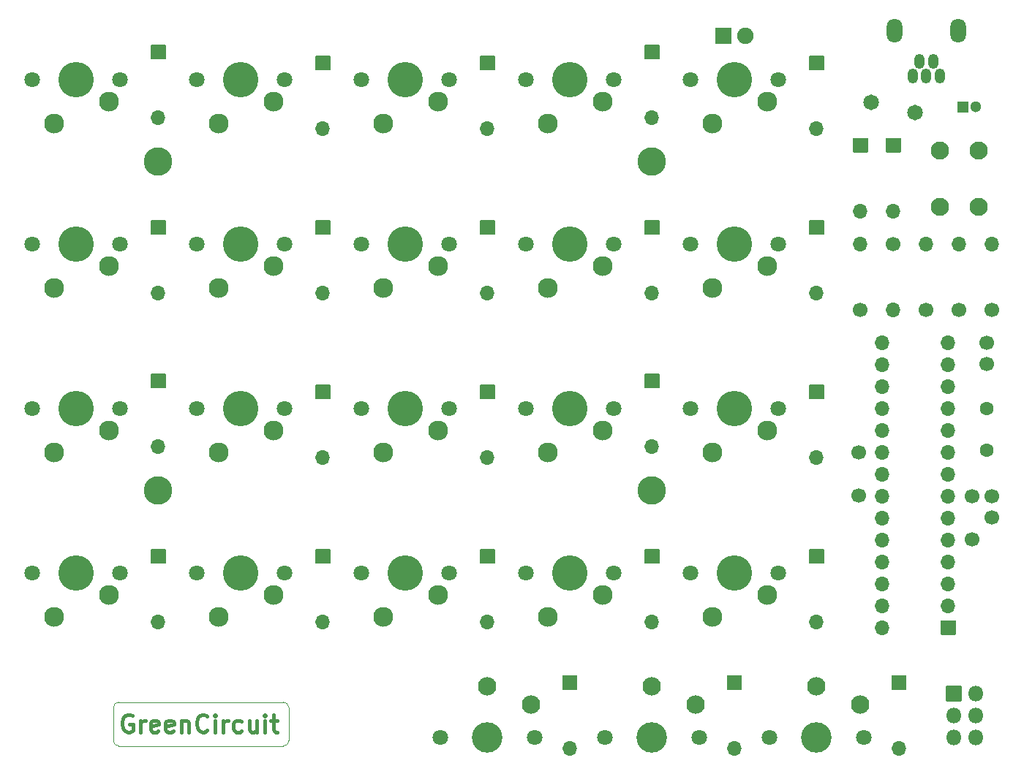
<source format=gbr>
%TF.GenerationSoftware,KiCad,Pcbnew,(5.1.7-0-10_14)*%
%TF.CreationDate,2020-11-02T16:42:48+08:00*%
%TF.ProjectId,GreenCircuit,47726565-6e43-4697-9263-7569742e6b69,v0.6*%
%TF.SameCoordinates,Original*%
%TF.FileFunction,Soldermask,Top*%
%TF.FilePolarity,Negative*%
%FSLAX46Y46*%
G04 Gerber Fmt 4.6, Leading zero omitted, Abs format (unit mm)*
G04 Created by KiCad (PCBNEW (5.1.7-0-10_14)) date 2020-11-02 16:42:48*
%MOMM*%
%LPD*%
G01*
G04 APERTURE LIST*
%ADD10C,0.381000*%
%ADD11C,0.120000*%
%ADD12O,1.700000X1.700000*%
%ADD13C,1.800000*%
%ADD14C,4.100000*%
%ADD15C,2.300000*%
%ADD16C,1.900000*%
%ADD17C,3.300000*%
%ADD18C,1.700000*%
%ADD19C,2.100000*%
%ADD20O,1.800000X1.800000*%
%ADD21O,1.800000X2.800000*%
%ADD22O,1.200000X1.750000*%
%ADD23C,3.529000*%
%ADD24C,2.132000*%
%ADD25C,1.801800*%
%ADD26C,1.810000*%
%ADD27C,1.600000*%
%ADD28C,1.300000*%
G04 APERTURE END LIST*
D10*
X91783047Y-140160000D02*
X91589523Y-140063238D01*
X91299238Y-140063238D01*
X91008952Y-140160000D01*
X90815428Y-140353523D01*
X90718666Y-140547047D01*
X90621904Y-140934095D01*
X90621904Y-141224380D01*
X90718666Y-141611428D01*
X90815428Y-141804952D01*
X91008952Y-141998476D01*
X91299238Y-142095238D01*
X91492761Y-142095238D01*
X91783047Y-141998476D01*
X91879809Y-141901714D01*
X91879809Y-141224380D01*
X91492761Y-141224380D01*
X92750666Y-142095238D02*
X92750666Y-140740571D01*
X92750666Y-141127619D02*
X92847428Y-140934095D01*
X92944190Y-140837333D01*
X93137714Y-140740571D01*
X93331238Y-140740571D01*
X94782666Y-141998476D02*
X94589142Y-142095238D01*
X94202095Y-142095238D01*
X94008571Y-141998476D01*
X93911809Y-141804952D01*
X93911809Y-141030857D01*
X94008571Y-140837333D01*
X94202095Y-140740571D01*
X94589142Y-140740571D01*
X94782666Y-140837333D01*
X94879428Y-141030857D01*
X94879428Y-141224380D01*
X93911809Y-141417904D01*
X96524380Y-141998476D02*
X96330857Y-142095238D01*
X95943809Y-142095238D01*
X95750285Y-141998476D01*
X95653523Y-141804952D01*
X95653523Y-141030857D01*
X95750285Y-140837333D01*
X95943809Y-140740571D01*
X96330857Y-140740571D01*
X96524380Y-140837333D01*
X96621142Y-141030857D01*
X96621142Y-141224380D01*
X95653523Y-141417904D01*
X97492000Y-140740571D02*
X97492000Y-142095238D01*
X97492000Y-140934095D02*
X97588761Y-140837333D01*
X97782285Y-140740571D01*
X98072571Y-140740571D01*
X98266095Y-140837333D01*
X98362857Y-141030857D01*
X98362857Y-142095238D01*
X100491619Y-141901714D02*
X100394857Y-141998476D01*
X100104571Y-142095238D01*
X99911047Y-142095238D01*
X99620761Y-141998476D01*
X99427238Y-141804952D01*
X99330476Y-141611428D01*
X99233714Y-141224380D01*
X99233714Y-140934095D01*
X99330476Y-140547047D01*
X99427238Y-140353523D01*
X99620761Y-140160000D01*
X99911047Y-140063238D01*
X100104571Y-140063238D01*
X100394857Y-140160000D01*
X100491619Y-140256761D01*
X101362476Y-142095238D02*
X101362476Y-140740571D01*
X101362476Y-140063238D02*
X101265714Y-140160000D01*
X101362476Y-140256761D01*
X101459238Y-140160000D01*
X101362476Y-140063238D01*
X101362476Y-140256761D01*
X102330095Y-142095238D02*
X102330095Y-140740571D01*
X102330095Y-141127619D02*
X102426857Y-140934095D01*
X102523619Y-140837333D01*
X102717142Y-140740571D01*
X102910666Y-140740571D01*
X104458857Y-141998476D02*
X104265333Y-142095238D01*
X103878285Y-142095238D01*
X103684761Y-141998476D01*
X103588000Y-141901714D01*
X103491238Y-141708190D01*
X103491238Y-141127619D01*
X103588000Y-140934095D01*
X103684761Y-140837333D01*
X103878285Y-140740571D01*
X104265333Y-140740571D01*
X104458857Y-140837333D01*
X106200571Y-140740571D02*
X106200571Y-142095238D01*
X105329714Y-140740571D02*
X105329714Y-141804952D01*
X105426476Y-141998476D01*
X105620000Y-142095238D01*
X105910285Y-142095238D01*
X106103809Y-141998476D01*
X106200571Y-141901714D01*
X107168190Y-142095238D02*
X107168190Y-140740571D01*
X107168190Y-140063238D02*
X107071428Y-140160000D01*
X107168190Y-140256761D01*
X107264952Y-140160000D01*
X107168190Y-140063238D01*
X107168190Y-140256761D01*
X107845523Y-140740571D02*
X108619619Y-140740571D01*
X108135809Y-140063238D02*
X108135809Y-141804952D01*
X108232571Y-141998476D01*
X108426095Y-142095238D01*
X108619619Y-142095238D01*
D11*
X89618000Y-139271000D02*
X89618000Y-143081000D01*
X109938000Y-143081000D02*
X109938000Y-139271000D01*
X109303000Y-138636000D02*
X90253000Y-138636000D01*
X109303000Y-143716000D02*
X90253000Y-143716000D01*
X109303000Y-138636000D02*
G75*
G02*
X109938000Y-139271000I0J-635000D01*
G01*
X109938000Y-143081000D02*
G75*
G02*
X109303000Y-143716000I-635000J0D01*
G01*
X90253000Y-143716000D02*
G75*
G02*
X89618000Y-143081000I0J635000D01*
G01*
X89618000Y-139271000D02*
G75*
G02*
X90253000Y-138636000I635000J0D01*
G01*
D12*
%TO.C,D15*%
X171025000Y-110315000D03*
G36*
G01*
X170225000Y-101845000D02*
X171825000Y-101845000D01*
G75*
G02*
X171875000Y-101895000I0J-50000D01*
G01*
X171875000Y-103495000D01*
G75*
G02*
X171825000Y-103545000I-50000J0D01*
G01*
X170225000Y-103545000D01*
G75*
G02*
X170175000Y-103495000I0J50000D01*
G01*
X170175000Y-101895000D01*
G75*
G02*
X170225000Y-101845000I50000J0D01*
G01*
G37*
%TD*%
D13*
%TO.C,SW15*%
X156420000Y-104600000D03*
X166580000Y-104600000D03*
D14*
X161500000Y-104600000D03*
D15*
X165310000Y-107140000D03*
X158960000Y-109680000D03*
%TD*%
D16*
%TO.C,D26*%
X162770000Y-61420000D03*
G36*
G01*
X159280000Y-62320000D02*
X159280000Y-60520000D01*
G75*
G02*
X159330000Y-60470000I50000J0D01*
G01*
X161130000Y-60470000D01*
G75*
G02*
X161180000Y-60520000I0J-50000D01*
G01*
X161180000Y-62320000D01*
G75*
G02*
X161130000Y-62370000I-50000J0D01*
G01*
X159330000Y-62370000D01*
G75*
G02*
X159280000Y-62320000I0J50000D01*
G01*
G37*
%TD*%
D17*
%TO.C,H4*%
X151975000Y-114125000D03*
%TD*%
%TO.C,H3*%
X94825000Y-114125000D03*
%TD*%
%TO.C,H2*%
X151975000Y-76025000D03*
%TD*%
%TO.C,H1*%
X94825000Y-76025000D03*
%TD*%
D12*
%TO.C,R1*%
X183725000Y-85550000D03*
D18*
X183725000Y-93170000D03*
%TD*%
D12*
%TO.C,R2*%
X179915000Y-93170000D03*
D18*
X179915000Y-85550000D03*
%TD*%
D12*
%TO.C,R3*%
X176105000Y-85550000D03*
D18*
X176105000Y-93170000D03*
%TD*%
D12*
%TO.C,R5*%
X187535000Y-85550000D03*
D18*
X187535000Y-93170000D03*
%TD*%
D12*
%TO.C,R6*%
X191345000Y-85550000D03*
D18*
X191345000Y-93170000D03*
%TD*%
D19*
%TO.C,Reset1*%
X189785000Y-81255000D03*
X185285000Y-81255000D03*
X189785000Y-74755000D03*
X185285000Y-74755000D03*
%TD*%
%TO.C,J2*%
G36*
G01*
X186000000Y-138485000D02*
X186000000Y-136785000D01*
G75*
G02*
X186050000Y-136735000I50000J0D01*
G01*
X187750000Y-136735000D01*
G75*
G02*
X187800000Y-136785000I0J-50000D01*
G01*
X187800000Y-138485000D01*
G75*
G02*
X187750000Y-138535000I-50000J0D01*
G01*
X186050000Y-138535000D01*
G75*
G02*
X186000000Y-138485000I0J50000D01*
G01*
G37*
D20*
X189440000Y-137635000D03*
X186900000Y-140175000D03*
X189440000Y-140175000D03*
X186900000Y-142715000D03*
X189440000Y-142715000D03*
%TD*%
D21*
%TO.C,J1*%
X180075000Y-60815000D03*
X187375000Y-60815000D03*
D22*
X182925000Y-64390000D03*
X184525000Y-64390000D03*
X182125000Y-66140000D03*
X185325000Y-66140000D03*
X183725000Y-66140000D03*
%TD*%
D23*
%TO.C,SW22*%
X151975000Y-142700000D03*
D24*
X156975000Y-138900000D03*
X151975000Y-136800000D03*
D25*
X146475000Y-142700000D03*
X157475000Y-142700000D03*
%TD*%
D23*
%TO.C,SW23*%
X171025000Y-142700000D03*
D24*
X176025000Y-138900000D03*
X171025000Y-136800000D03*
D25*
X165525000Y-142700000D03*
X176525000Y-142700000D03*
%TD*%
D23*
%TO.C,SW21*%
X132925000Y-142700000D03*
D24*
X137925000Y-138900000D03*
X132925000Y-136800000D03*
D25*
X127425000Y-142700000D03*
X138425000Y-142700000D03*
%TD*%
D13*
%TO.C,SW20*%
X156420000Y-123650000D03*
X166580000Y-123650000D03*
D14*
X161500000Y-123650000D03*
D15*
X165310000Y-126190000D03*
X158960000Y-128730000D03*
%TD*%
D13*
%TO.C,SW19*%
X137370000Y-123650000D03*
X147530000Y-123650000D03*
D14*
X142450000Y-123650000D03*
D15*
X146260000Y-126190000D03*
X139910000Y-128730000D03*
%TD*%
D13*
%TO.C,SW18*%
X118320000Y-123650000D03*
X128480000Y-123650000D03*
D14*
X123400000Y-123650000D03*
D15*
X127210000Y-126190000D03*
X120860000Y-128730000D03*
%TD*%
D13*
%TO.C,SW17*%
X99270000Y-123650000D03*
X109430000Y-123650000D03*
D14*
X104350000Y-123650000D03*
D15*
X108160000Y-126190000D03*
X101810000Y-128730000D03*
%TD*%
D13*
%TO.C,SW16*%
X80220000Y-123650000D03*
X90380000Y-123650000D03*
D14*
X85300000Y-123650000D03*
D15*
X89110000Y-126190000D03*
X82760000Y-128730000D03*
%TD*%
D13*
%TO.C,SW14*%
X137370000Y-104600000D03*
X147530000Y-104600000D03*
D14*
X142450000Y-104600000D03*
D15*
X146260000Y-107140000D03*
X139910000Y-109680000D03*
%TD*%
D13*
%TO.C,SW13*%
X118320000Y-104600000D03*
X128480000Y-104600000D03*
D14*
X123400000Y-104600000D03*
D15*
X127210000Y-107140000D03*
X120860000Y-109680000D03*
%TD*%
D13*
%TO.C,SW12*%
X99270000Y-104600000D03*
X109430000Y-104600000D03*
D14*
X104350000Y-104600000D03*
D15*
X108160000Y-107140000D03*
X101810000Y-109680000D03*
%TD*%
D13*
%TO.C,SW11*%
X80220000Y-104600000D03*
X90380000Y-104600000D03*
D14*
X85300000Y-104600000D03*
D15*
X89110000Y-107140000D03*
X82760000Y-109680000D03*
%TD*%
D13*
%TO.C,SW10*%
X156420000Y-85550000D03*
X166580000Y-85550000D03*
D14*
X161500000Y-85550000D03*
D15*
X165310000Y-88090000D03*
X158960000Y-90630000D03*
%TD*%
D13*
%TO.C,SW9*%
X137370000Y-85550000D03*
X147530000Y-85550000D03*
D14*
X142450000Y-85550000D03*
D15*
X146260000Y-88090000D03*
X139910000Y-90630000D03*
%TD*%
D13*
%TO.C,SW8*%
X118320000Y-85550000D03*
X128480000Y-85550000D03*
D14*
X123400000Y-85550000D03*
D15*
X127210000Y-88090000D03*
X120860000Y-90630000D03*
%TD*%
D13*
%TO.C,SW7*%
X99270000Y-85550000D03*
X109430000Y-85550000D03*
D14*
X104350000Y-85550000D03*
D15*
X108160000Y-88090000D03*
X101810000Y-90630000D03*
%TD*%
D13*
%TO.C,SW6*%
X80220000Y-85550000D03*
X90380000Y-85550000D03*
D14*
X85300000Y-85550000D03*
D15*
X89110000Y-88090000D03*
X82760000Y-90630000D03*
%TD*%
D13*
%TO.C,SW5*%
X156420000Y-66500000D03*
X166580000Y-66500000D03*
D14*
X161500000Y-66500000D03*
D15*
X165310000Y-69040000D03*
X158960000Y-71580000D03*
%TD*%
D13*
%TO.C,SW4*%
X137370000Y-66500000D03*
X147530000Y-66500000D03*
D14*
X142450000Y-66500000D03*
D15*
X146260000Y-69040000D03*
X139910000Y-71580000D03*
%TD*%
D13*
%TO.C,SW3*%
X118320000Y-66500000D03*
X128480000Y-66500000D03*
D14*
X123400000Y-66500000D03*
D15*
X127210000Y-69040000D03*
X120860000Y-71580000D03*
%TD*%
D13*
%TO.C,SW2*%
X99270000Y-66500000D03*
X109430000Y-66500000D03*
D14*
X104350000Y-66500000D03*
D15*
X108160000Y-69040000D03*
X101810000Y-71580000D03*
%TD*%
D13*
%TO.C,SW1*%
X80220000Y-66500000D03*
X90380000Y-66500000D03*
D14*
X85300000Y-66500000D03*
D15*
X89110000Y-69040000D03*
X82760000Y-71580000D03*
%TD*%
D12*
%TO.C,D23*%
X180550000Y-143970000D03*
G36*
G01*
X179750000Y-135500000D02*
X181350000Y-135500000D01*
G75*
G02*
X181400000Y-135550000I0J-50000D01*
G01*
X181400000Y-137150000D01*
G75*
G02*
X181350000Y-137200000I-50000J0D01*
G01*
X179750000Y-137200000D01*
G75*
G02*
X179700000Y-137150000I0J50000D01*
G01*
X179700000Y-135550000D01*
G75*
G02*
X179750000Y-135500000I50000J0D01*
G01*
G37*
%TD*%
%TO.C,D22*%
X161500000Y-143970000D03*
G36*
G01*
X160700000Y-135500000D02*
X162300000Y-135500000D01*
G75*
G02*
X162350000Y-135550000I0J-50000D01*
G01*
X162350000Y-137150000D01*
G75*
G02*
X162300000Y-137200000I-50000J0D01*
G01*
X160700000Y-137200000D01*
G75*
G02*
X160650000Y-137150000I0J50000D01*
G01*
X160650000Y-135550000D01*
G75*
G02*
X160700000Y-135500000I50000J0D01*
G01*
G37*
%TD*%
%TO.C,D21*%
X142450000Y-143970000D03*
G36*
G01*
X141650000Y-135500000D02*
X143250000Y-135500000D01*
G75*
G02*
X143300000Y-135550000I0J-50000D01*
G01*
X143300000Y-137150000D01*
G75*
G02*
X143250000Y-137200000I-50000J0D01*
G01*
X141650000Y-137200000D01*
G75*
G02*
X141600000Y-137150000I0J50000D01*
G01*
X141600000Y-135550000D01*
G75*
G02*
X141650000Y-135500000I50000J0D01*
G01*
G37*
%TD*%
%TO.C,D20*%
X171025000Y-129365000D03*
G36*
G01*
X170225000Y-120895000D02*
X171825000Y-120895000D01*
G75*
G02*
X171875000Y-120945000I0J-50000D01*
G01*
X171875000Y-122545000D01*
G75*
G02*
X171825000Y-122595000I-50000J0D01*
G01*
X170225000Y-122595000D01*
G75*
G02*
X170175000Y-122545000I0J50000D01*
G01*
X170175000Y-120945000D01*
G75*
G02*
X170225000Y-120895000I50000J0D01*
G01*
G37*
%TD*%
%TO.C,D19*%
X151975000Y-129365000D03*
G36*
G01*
X151175000Y-120895000D02*
X152775000Y-120895000D01*
G75*
G02*
X152825000Y-120945000I0J-50000D01*
G01*
X152825000Y-122545000D01*
G75*
G02*
X152775000Y-122595000I-50000J0D01*
G01*
X151175000Y-122595000D01*
G75*
G02*
X151125000Y-122545000I0J50000D01*
G01*
X151125000Y-120945000D01*
G75*
G02*
X151175000Y-120895000I50000J0D01*
G01*
G37*
%TD*%
%TO.C,D18*%
X132925000Y-129365000D03*
G36*
G01*
X132125000Y-120895000D02*
X133725000Y-120895000D01*
G75*
G02*
X133775000Y-120945000I0J-50000D01*
G01*
X133775000Y-122545000D01*
G75*
G02*
X133725000Y-122595000I-50000J0D01*
G01*
X132125000Y-122595000D01*
G75*
G02*
X132075000Y-122545000I0J50000D01*
G01*
X132075000Y-120945000D01*
G75*
G02*
X132125000Y-120895000I50000J0D01*
G01*
G37*
%TD*%
%TO.C,D17*%
X113875000Y-129365000D03*
G36*
G01*
X113075000Y-120895000D02*
X114675000Y-120895000D01*
G75*
G02*
X114725000Y-120945000I0J-50000D01*
G01*
X114725000Y-122545000D01*
G75*
G02*
X114675000Y-122595000I-50000J0D01*
G01*
X113075000Y-122595000D01*
G75*
G02*
X113025000Y-122545000I0J50000D01*
G01*
X113025000Y-120945000D01*
G75*
G02*
X113075000Y-120895000I50000J0D01*
G01*
G37*
%TD*%
%TO.C,D16*%
X94825000Y-129365000D03*
G36*
G01*
X94025000Y-120895000D02*
X95625000Y-120895000D01*
G75*
G02*
X95675000Y-120945000I0J-50000D01*
G01*
X95675000Y-122545000D01*
G75*
G02*
X95625000Y-122595000I-50000J0D01*
G01*
X94025000Y-122595000D01*
G75*
G02*
X93975000Y-122545000I0J50000D01*
G01*
X93975000Y-120945000D01*
G75*
G02*
X94025000Y-120895000I50000J0D01*
G01*
G37*
%TD*%
%TO.C,D14*%
X151975000Y-109045000D03*
G36*
G01*
X151175000Y-100575000D02*
X152775000Y-100575000D01*
G75*
G02*
X152825000Y-100625000I0J-50000D01*
G01*
X152825000Y-102225000D01*
G75*
G02*
X152775000Y-102275000I-50000J0D01*
G01*
X151175000Y-102275000D01*
G75*
G02*
X151125000Y-102225000I0J50000D01*
G01*
X151125000Y-100625000D01*
G75*
G02*
X151175000Y-100575000I50000J0D01*
G01*
G37*
%TD*%
%TO.C,D13*%
X132925000Y-110315000D03*
G36*
G01*
X132125000Y-101845000D02*
X133725000Y-101845000D01*
G75*
G02*
X133775000Y-101895000I0J-50000D01*
G01*
X133775000Y-103495000D01*
G75*
G02*
X133725000Y-103545000I-50000J0D01*
G01*
X132125000Y-103545000D01*
G75*
G02*
X132075000Y-103495000I0J50000D01*
G01*
X132075000Y-101895000D01*
G75*
G02*
X132125000Y-101845000I50000J0D01*
G01*
G37*
%TD*%
%TO.C,D12*%
X113875000Y-110315000D03*
G36*
G01*
X113075000Y-101845000D02*
X114675000Y-101845000D01*
G75*
G02*
X114725000Y-101895000I0J-50000D01*
G01*
X114725000Y-103495000D01*
G75*
G02*
X114675000Y-103545000I-50000J0D01*
G01*
X113075000Y-103545000D01*
G75*
G02*
X113025000Y-103495000I0J50000D01*
G01*
X113025000Y-101895000D01*
G75*
G02*
X113075000Y-101845000I50000J0D01*
G01*
G37*
%TD*%
%TO.C,D11*%
X94825000Y-109045000D03*
G36*
G01*
X94025000Y-100575000D02*
X95625000Y-100575000D01*
G75*
G02*
X95675000Y-100625000I0J-50000D01*
G01*
X95675000Y-102225000D01*
G75*
G02*
X95625000Y-102275000I-50000J0D01*
G01*
X94025000Y-102275000D01*
G75*
G02*
X93975000Y-102225000I0J50000D01*
G01*
X93975000Y-100625000D01*
G75*
G02*
X94025000Y-100575000I50000J0D01*
G01*
G37*
%TD*%
%TO.C,D10*%
X171025000Y-91265000D03*
G36*
G01*
X170225000Y-82795000D02*
X171825000Y-82795000D01*
G75*
G02*
X171875000Y-82845000I0J-50000D01*
G01*
X171875000Y-84445000D01*
G75*
G02*
X171825000Y-84495000I-50000J0D01*
G01*
X170225000Y-84495000D01*
G75*
G02*
X170175000Y-84445000I0J50000D01*
G01*
X170175000Y-82845000D01*
G75*
G02*
X170225000Y-82795000I50000J0D01*
G01*
G37*
%TD*%
%TO.C,D9*%
X151975000Y-91265000D03*
G36*
G01*
X151175000Y-82795000D02*
X152775000Y-82795000D01*
G75*
G02*
X152825000Y-82845000I0J-50000D01*
G01*
X152825000Y-84445000D01*
G75*
G02*
X152775000Y-84495000I-50000J0D01*
G01*
X151175000Y-84495000D01*
G75*
G02*
X151125000Y-84445000I0J50000D01*
G01*
X151125000Y-82845000D01*
G75*
G02*
X151175000Y-82795000I50000J0D01*
G01*
G37*
%TD*%
%TO.C,D8*%
X132925000Y-91265000D03*
G36*
G01*
X132125000Y-82795000D02*
X133725000Y-82795000D01*
G75*
G02*
X133775000Y-82845000I0J-50000D01*
G01*
X133775000Y-84445000D01*
G75*
G02*
X133725000Y-84495000I-50000J0D01*
G01*
X132125000Y-84495000D01*
G75*
G02*
X132075000Y-84445000I0J50000D01*
G01*
X132075000Y-82845000D01*
G75*
G02*
X132125000Y-82795000I50000J0D01*
G01*
G37*
%TD*%
%TO.C,D7*%
X113875000Y-91265000D03*
G36*
G01*
X113075000Y-82795000D02*
X114675000Y-82795000D01*
G75*
G02*
X114725000Y-82845000I0J-50000D01*
G01*
X114725000Y-84445000D01*
G75*
G02*
X114675000Y-84495000I-50000J0D01*
G01*
X113075000Y-84495000D01*
G75*
G02*
X113025000Y-84445000I0J50000D01*
G01*
X113025000Y-82845000D01*
G75*
G02*
X113075000Y-82795000I50000J0D01*
G01*
G37*
%TD*%
%TO.C,D6*%
X94825000Y-91265000D03*
G36*
G01*
X94025000Y-82795000D02*
X95625000Y-82795000D01*
G75*
G02*
X95675000Y-82845000I0J-50000D01*
G01*
X95675000Y-84445000D01*
G75*
G02*
X95625000Y-84495000I-50000J0D01*
G01*
X94025000Y-84495000D01*
G75*
G02*
X93975000Y-84445000I0J50000D01*
G01*
X93975000Y-82845000D01*
G75*
G02*
X94025000Y-82795000I50000J0D01*
G01*
G37*
%TD*%
%TO.C,D5*%
X171025000Y-72215000D03*
G36*
G01*
X170225000Y-63745000D02*
X171825000Y-63745000D01*
G75*
G02*
X171875000Y-63795000I0J-50000D01*
G01*
X171875000Y-65395000D01*
G75*
G02*
X171825000Y-65445000I-50000J0D01*
G01*
X170225000Y-65445000D01*
G75*
G02*
X170175000Y-65395000I0J50000D01*
G01*
X170175000Y-63795000D01*
G75*
G02*
X170225000Y-63745000I50000J0D01*
G01*
G37*
%TD*%
%TO.C,D4*%
X151975000Y-70945000D03*
G36*
G01*
X151175000Y-62475000D02*
X152775000Y-62475000D01*
G75*
G02*
X152825000Y-62525000I0J-50000D01*
G01*
X152825000Y-64125000D01*
G75*
G02*
X152775000Y-64175000I-50000J0D01*
G01*
X151175000Y-64175000D01*
G75*
G02*
X151125000Y-64125000I0J50000D01*
G01*
X151125000Y-62525000D01*
G75*
G02*
X151175000Y-62475000I50000J0D01*
G01*
G37*
%TD*%
%TO.C,D3*%
X132925000Y-72215000D03*
G36*
G01*
X132125000Y-63745000D02*
X133725000Y-63745000D01*
G75*
G02*
X133775000Y-63795000I0J-50000D01*
G01*
X133775000Y-65395000D01*
G75*
G02*
X133725000Y-65445000I-50000J0D01*
G01*
X132125000Y-65445000D01*
G75*
G02*
X132075000Y-65395000I0J50000D01*
G01*
X132075000Y-63795000D01*
G75*
G02*
X132125000Y-63745000I50000J0D01*
G01*
G37*
%TD*%
%TO.C,D2*%
X113875000Y-72215000D03*
G36*
G01*
X113075000Y-63745000D02*
X114675000Y-63745000D01*
G75*
G02*
X114725000Y-63795000I0J-50000D01*
G01*
X114725000Y-65395000D01*
G75*
G02*
X114675000Y-65445000I-50000J0D01*
G01*
X113075000Y-65445000D01*
G75*
G02*
X113025000Y-65395000I0J50000D01*
G01*
X113025000Y-63795000D01*
G75*
G02*
X113075000Y-63745000I50000J0D01*
G01*
G37*
%TD*%
%TO.C,D1*%
X94825000Y-70945000D03*
G36*
G01*
X94025000Y-62475000D02*
X95625000Y-62475000D01*
G75*
G02*
X95675000Y-62525000I0J-50000D01*
G01*
X95675000Y-64125000D01*
G75*
G02*
X95625000Y-64175000I-50000J0D01*
G01*
X94025000Y-64175000D01*
G75*
G02*
X93975000Y-64125000I0J50000D01*
G01*
X93975000Y-62525000D01*
G75*
G02*
X94025000Y-62475000I50000J0D01*
G01*
G37*
%TD*%
%TO.C,U1*%
X178645000Y-130000000D03*
X186265000Y-96980000D03*
X178645000Y-127460000D03*
X186265000Y-99520000D03*
X178645000Y-124920000D03*
X186265000Y-102060000D03*
X178645000Y-122380000D03*
X186265000Y-104600000D03*
X178645000Y-119840000D03*
X186265000Y-107140000D03*
X178645000Y-117300000D03*
X186265000Y-109680000D03*
X178645000Y-114760000D03*
X186265000Y-112220000D03*
X178645000Y-112220000D03*
X186265000Y-114760000D03*
X178645000Y-109680000D03*
X186265000Y-117300000D03*
X178645000Y-107140000D03*
X186265000Y-119840000D03*
X178645000Y-104600000D03*
X186265000Y-122380000D03*
X178645000Y-102060000D03*
X186265000Y-124920000D03*
X178645000Y-99520000D03*
X186265000Y-127460000D03*
X178645000Y-96980000D03*
G36*
G01*
X187115000Y-129200000D02*
X187115000Y-130800000D01*
G75*
G02*
X187065000Y-130850000I-50000J0D01*
G01*
X185465000Y-130850000D01*
G75*
G02*
X185415000Y-130800000I0J50000D01*
G01*
X185415000Y-129200000D01*
G75*
G02*
X185465000Y-129150000I50000J0D01*
G01*
X187065000Y-129150000D01*
G75*
G02*
X187115000Y-129200000I0J-50000D01*
G01*
G37*
%TD*%
D26*
%TO.C,F1*%
X177355000Y-69110000D03*
X182455000Y-70310000D03*
%TD*%
D27*
%TO.C,Y1*%
X190710000Y-104600000D03*
X190710000Y-109480000D03*
%TD*%
D12*
%TO.C,D25*%
X176105000Y-81740000D03*
G36*
G01*
X175305000Y-73270000D02*
X176905000Y-73270000D01*
G75*
G02*
X176955000Y-73320000I0J-50000D01*
G01*
X176955000Y-74920000D01*
G75*
G02*
X176905000Y-74970000I-50000J0D01*
G01*
X175305000Y-74970000D01*
G75*
G02*
X175255000Y-74920000I0J50000D01*
G01*
X175255000Y-73320000D01*
G75*
G02*
X175305000Y-73270000I50000J0D01*
G01*
G37*
%TD*%
%TO.C,D24*%
X179915000Y-81740000D03*
G36*
G01*
X179115000Y-73270000D02*
X180715000Y-73270000D01*
G75*
G02*
X180765000Y-73320000I0J-50000D01*
G01*
X180765000Y-74920000D01*
G75*
G02*
X180715000Y-74970000I-50000J0D01*
G01*
X179115000Y-74970000D01*
G75*
G02*
X179065000Y-74920000I0J50000D01*
G01*
X179065000Y-73320000D01*
G75*
G02*
X179115000Y-73270000I50000J0D01*
G01*
G37*
%TD*%
D18*
%TO.C,C5*%
X175914500Y-114680000D03*
X175914500Y-109680000D03*
%TD*%
%TO.C,C4*%
X189059000Y-119760000D03*
X189059000Y-114760000D03*
%TD*%
D28*
%TO.C,C3*%
X189440000Y-69675000D03*
G36*
G01*
X187290000Y-70275000D02*
X187290000Y-69075000D01*
G75*
G02*
X187340000Y-69025000I50000J0D01*
G01*
X188540000Y-69025000D01*
G75*
G02*
X188590000Y-69075000I0J-50000D01*
G01*
X188590000Y-70275000D01*
G75*
G02*
X188540000Y-70325000I-50000J0D01*
G01*
X187340000Y-70325000D01*
G75*
G02*
X187290000Y-70275000I0J50000D01*
G01*
G37*
%TD*%
D18*
%TO.C,C2*%
X191345000Y-114760000D03*
X191345000Y-117260000D03*
%TD*%
%TO.C,C1*%
X190710000Y-99480000D03*
X190710000Y-96980000D03*
%TD*%
M02*

</source>
